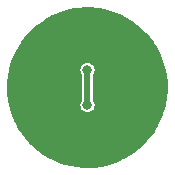
<source format=gbr>
%TF.GenerationSoftware,KiCad,Pcbnew,(6.0.0-rc1-209-ga3b4210bdd-dirty)*%
%TF.CreationDate,2021-12-23T02:42:49+03:00*%
%TF.ProjectId,ibutton,69627574-746f-46e2-9e6b-696361645f70,rev?*%
%TF.SameCoordinates,Original*%
%TF.FileFunction,Copper,L2,Bot*%
%TF.FilePolarity,Positive*%
%FSLAX46Y46*%
G04 Gerber Fmt 4.6, Leading zero omitted, Abs format (unit mm)*
G04 Created by KiCad (PCBNEW (6.0.0-rc1-209-ga3b4210bdd-dirty)) date 2021-12-23 02:42:49*
%MOMM*%
%LPD*%
G01*
G04 APERTURE LIST*
%TA.AperFunction,ViaPad*%
%ADD10C,0.800000*%
%TD*%
%TA.AperFunction,Conductor*%
%ADD11C,0.500000*%
%TD*%
G04 APERTURE END LIST*
D10*
%TO.N,GND*%
X100000000Y-98500000D03*
X100000000Y-101500000D03*
%TO.N,VCC*%
X99850000Y-95400000D03*
X101450000Y-102600000D03*
X95590000Y-103200000D03*
%TD*%
D11*
%TO.N,GND*%
X100000000Y-101500000D02*
X100000000Y-98500000D01*
%TD*%
%TA.AperFunction,Conductor*%
%TO.N,VCC*%
G36*
X100273898Y-93210090D02*
G01*
X100471568Y-93216474D01*
X100477097Y-93216861D01*
X100684370Y-93239195D01*
X100978854Y-93270927D01*
X100984348Y-93271728D01*
X101480651Y-93363264D01*
X101486070Y-93364476D01*
X101974090Y-93492961D01*
X101979399Y-93494574D01*
X102456427Y-93659293D01*
X102461592Y-93661297D01*
X102924929Y-93861321D01*
X102929928Y-93863705D01*
X103376959Y-94097904D01*
X103381775Y-94100662D01*
X103809995Y-94367724D01*
X103814577Y-94370827D01*
X103920406Y-94448423D01*
X104221568Y-94669244D01*
X104225919Y-94672693D01*
X104609369Y-95000770D01*
X104613450Y-95004535D01*
X104971242Y-95360458D01*
X104975025Y-95364516D01*
X105020290Y-95416863D01*
X105305106Y-95746244D01*
X105308577Y-95750575D01*
X105349963Y-95806403D01*
X105609120Y-96155995D01*
X105612252Y-96160570D01*
X105647977Y-96217190D01*
X105881549Y-96587380D01*
X105884333Y-96592183D01*
X106120864Y-97037971D01*
X106123279Y-97042965D01*
X106151435Y-97107259D01*
X106325724Y-97505247D01*
X106327759Y-97510413D01*
X106494972Y-97986562D01*
X106496614Y-97991866D01*
X106627656Y-98479223D01*
X106628895Y-98484635D01*
X106723023Y-98980421D01*
X106723854Y-98985911D01*
X106780547Y-99487389D01*
X106780963Y-99492926D01*
X106799910Y-99997612D01*
X106799935Y-100002390D01*
X106790114Y-100365342D01*
X106789831Y-100370104D01*
X106761613Y-100677205D01*
X106743617Y-100873055D01*
X106742901Y-100878561D01*
X106659178Y-101376202D01*
X106658053Y-101381639D01*
X106537243Y-101871645D01*
X106535715Y-101876974D01*
X106515848Y-101937578D01*
X106378512Y-102356517D01*
X106376586Y-102361724D01*
X106183863Y-102828151D01*
X106181552Y-102833198D01*
X106084398Y-103025948D01*
X105954412Y-103283835D01*
X105951734Y-103288687D01*
X105730347Y-103656409D01*
X105691431Y-103721048D01*
X105688391Y-103725694D01*
X105396411Y-104137311D01*
X105393031Y-104141716D01*
X105071008Y-104530284D01*
X105067307Y-104534423D01*
X104717046Y-104897762D01*
X104713071Y-104901588D01*
X104496672Y-105094731D01*
X104336555Y-105237641D01*
X104332277Y-105241180D01*
X103931645Y-105548041D01*
X103927114Y-105551250D01*
X103504584Y-105827219D01*
X103499824Y-105830079D01*
X103057796Y-106073588D01*
X103052836Y-106076082D01*
X102593810Y-106285757D01*
X102588679Y-106287872D01*
X102139354Y-106453637D01*
X102115205Y-106462546D01*
X102109927Y-106464271D01*
X101624707Y-106602947D01*
X101619315Y-106604272D01*
X101125040Y-106706182D01*
X101119564Y-106707098D01*
X100619054Y-106771659D01*
X100613524Y-106772162D01*
X100109581Y-106799013D01*
X100104030Y-106799100D01*
X99834554Y-106793221D01*
X99599491Y-106788092D01*
X99593964Y-106787763D01*
X99091647Y-106738953D01*
X99086166Y-106738212D01*
X98681288Y-106667914D01*
X98588943Y-106651880D01*
X98583512Y-106650726D01*
X98094151Y-106527353D01*
X98088822Y-106525794D01*
X97610122Y-106366087D01*
X97604924Y-106364134D01*
X97217512Y-106201679D01*
X97139506Y-106168968D01*
X97134485Y-106166637D01*
X96685022Y-105937130D01*
X96680180Y-105934424D01*
X96508900Y-105830079D01*
X96249205Y-105671872D01*
X96244575Y-105668808D01*
X96147758Y-105599366D01*
X95834486Y-105374671D01*
X95830102Y-105371270D01*
X95443220Y-105047212D01*
X95439101Y-105043489D01*
X95250702Y-104859960D01*
X95077619Y-104691350D01*
X95073804Y-104687345D01*
X94739724Y-104309070D01*
X94736208Y-104304774D01*
X94431447Y-103902538D01*
X94428262Y-103897990D01*
X94312308Y-103718410D01*
X94154507Y-103474018D01*
X94151686Y-103469268D01*
X93910475Y-103025936D01*
X93908019Y-103020986D01*
X93700743Y-102560852D01*
X93698658Y-102555717D01*
X93527813Y-102085044D01*
X93526468Y-102081339D01*
X93524772Y-102076059D01*
X93485978Y-101937578D01*
X93407309Y-101656762D01*
X93388634Y-101590101D01*
X93387338Y-101584703D01*
X93370336Y-101500000D01*
X99394318Y-101500000D01*
X99414956Y-101656762D01*
X99475464Y-101802841D01*
X99478414Y-101806685D01*
X99478416Y-101806689D01*
X99528259Y-101871645D01*
X99571718Y-101928282D01*
X99575569Y-101931237D01*
X99693311Y-102021584D01*
X99693315Y-102021586D01*
X99697159Y-102024536D01*
X99843238Y-102085044D01*
X99848040Y-102085676D01*
X99848043Y-102085677D01*
X99995192Y-102105049D01*
X100000000Y-102105682D01*
X100004808Y-102105049D01*
X100151957Y-102085677D01*
X100151960Y-102085676D01*
X100156762Y-102085044D01*
X100302841Y-102024536D01*
X100306685Y-102021586D01*
X100306689Y-102021584D01*
X100424431Y-101931237D01*
X100428282Y-101928282D01*
X100471741Y-101871645D01*
X100521584Y-101806689D01*
X100521586Y-101806685D01*
X100524536Y-101802841D01*
X100585044Y-101656762D01*
X100605682Y-101500000D01*
X100604235Y-101489005D01*
X100585677Y-101348043D01*
X100585676Y-101348040D01*
X100585044Y-101343238D01*
X100524536Y-101197159D01*
X100521586Y-101193314D01*
X100521584Y-101193311D01*
X100465792Y-101120602D01*
X100450500Y-101075554D01*
X100450500Y-98924446D01*
X100465792Y-98879398D01*
X100521584Y-98806689D01*
X100521586Y-98806686D01*
X100524536Y-98802841D01*
X100585044Y-98656762D01*
X100605682Y-98500000D01*
X100585044Y-98343238D01*
X100524536Y-98197159D01*
X100521586Y-98193315D01*
X100521584Y-98193311D01*
X100431237Y-98075569D01*
X100428282Y-98071718D01*
X100320723Y-97989185D01*
X100306689Y-97978416D01*
X100306685Y-97978414D01*
X100302841Y-97975464D01*
X100156762Y-97914956D01*
X100151960Y-97914324D01*
X100151957Y-97914323D01*
X100004808Y-97894951D01*
X100000000Y-97894318D01*
X99995192Y-97894951D01*
X99848043Y-97914323D01*
X99848040Y-97914324D01*
X99843238Y-97914956D01*
X99697159Y-97975464D01*
X99693315Y-97978414D01*
X99693311Y-97978416D01*
X99679277Y-97989185D01*
X99571718Y-98071718D01*
X99568763Y-98075569D01*
X99478416Y-98193311D01*
X99478414Y-98193315D01*
X99475464Y-98197159D01*
X99414956Y-98343238D01*
X99394318Y-98500000D01*
X99414956Y-98656762D01*
X99475464Y-98802841D01*
X99478414Y-98806686D01*
X99478416Y-98806689D01*
X99534208Y-98879398D01*
X99549500Y-98924446D01*
X99549500Y-101075554D01*
X99534208Y-101120602D01*
X99478416Y-101193311D01*
X99478414Y-101193314D01*
X99475464Y-101197159D01*
X99414956Y-101343238D01*
X99414324Y-101348040D01*
X99414323Y-101348043D01*
X99395765Y-101489005D01*
X99394318Y-101500000D01*
X93370336Y-101500000D01*
X93288018Y-101089905D01*
X93287132Y-101084438D01*
X93286034Y-101075554D01*
X93225193Y-100583589D01*
X93224719Y-100578057D01*
X93200506Y-100073981D01*
X93200448Y-100068429D01*
X93214099Y-99563960D01*
X93214457Y-99558420D01*
X93265894Y-99056385D01*
X93266667Y-99050886D01*
X93355601Y-98554126D01*
X93356784Y-98548702D01*
X93482712Y-98060013D01*
X93484298Y-98054691D01*
X93646520Y-97576805D01*
X93648501Y-97571619D01*
X93846088Y-97107259D01*
X93848452Y-97102235D01*
X94080303Y-96653992D01*
X94083037Y-96649159D01*
X94347849Y-96219553D01*
X94350938Y-96214939D01*
X94392069Y-96158224D01*
X94497537Y-96012793D01*
X94647213Y-95806403D01*
X94650639Y-95802034D01*
X94976710Y-95416863D01*
X94980454Y-95412763D01*
X95334486Y-95053125D01*
X95338527Y-95049317D01*
X95718531Y-94717234D01*
X95722846Y-94713740D01*
X96126670Y-94411092D01*
X96131234Y-94407931D01*
X96556625Y-94136404D01*
X96561414Y-94133594D01*
X97005967Y-93894727D01*
X97010953Y-93892284D01*
X97472182Y-93687414D01*
X97477298Y-93685368D01*
X97952590Y-93515657D01*
X97957886Y-93513988D01*
X98444534Y-93380399D01*
X98449940Y-93379131D01*
X98945242Y-93282406D01*
X98950727Y-93281547D01*
X99378071Y-93230967D01*
X99451894Y-93222230D01*
X99457426Y-93221785D01*
X99572508Y-93216861D01*
X99961621Y-93200212D01*
X99967173Y-93200183D01*
X100273898Y-93210090D01*
G37*
%TD.AperFunction*%
%TD*%
M02*

</source>
